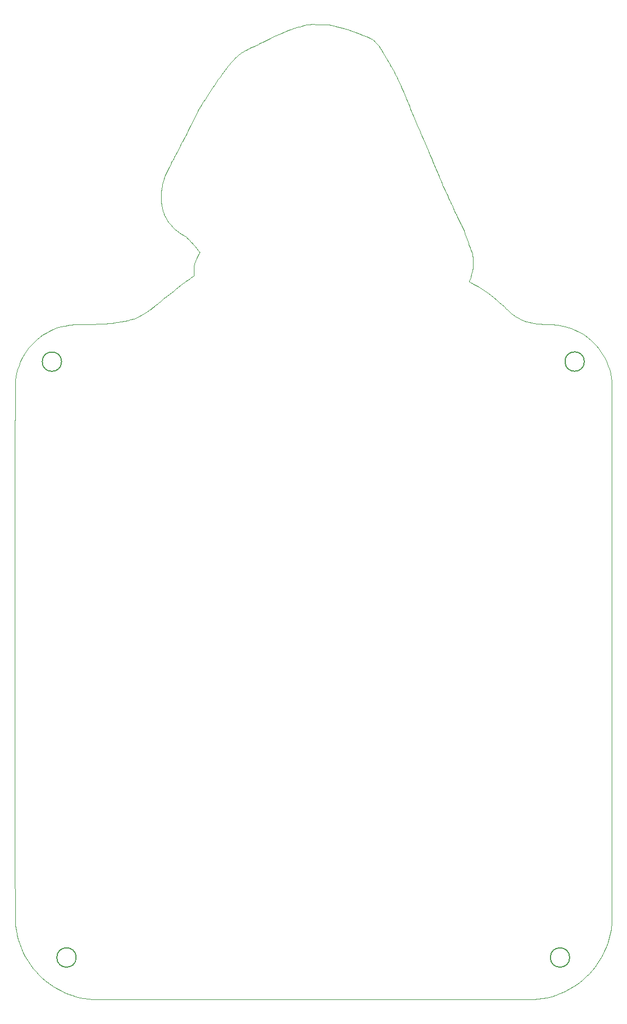
<source format=gm1>
G04 #@! TF.GenerationSoftware,KiCad,Pcbnew,(5.1.9)-1*
G04 #@! TF.CreationDate,2021-01-15T22:53:48-07:00*
G04 #@! TF.ProjectId,purplewizard-ART,70757270-6c65-4776-997a-6172642d4152,1*
G04 #@! TF.SameCoordinates,Original*
G04 #@! TF.FileFunction,Profile,NP*
%FSLAX46Y46*%
G04 Gerber Fmt 4.6, Leading zero omitted, Abs format (unit mm)*
G04 Created by KiCad (PCBNEW (5.1.9)-1) date 2021-01-15 22:53:48*
%MOMM*%
%LPD*%
G01*
G04 APERTURE LIST*
G04 #@! TA.AperFunction,Profile*
%ADD10C,0.150000*%
G04 #@! TD*
G04 #@! TA.AperFunction,Profile*
%ADD11C,0.010000*%
G04 #@! TD*
G04 APERTURE END LIST*
D10*
X106756600Y-167159800D02*
G75*
G03*
X106756600Y-167159800I-1500000J0D01*
G01*
X183256600Y-167159800D02*
G75*
G03*
X183256600Y-167159800I-1500000J0D01*
G01*
X185526600Y-74919800D02*
G75*
G03*
X185526600Y-74919800I-1500000J0D01*
G01*
X104486600Y-74939800D02*
G75*
G03*
X104486600Y-74939800I-1500000J0D01*
G01*
D11*
X143501516Y-22722619D02*
X143658470Y-22724323D01*
X143658470Y-22724323D02*
X143843826Y-22726980D01*
X143843826Y-22726980D02*
X144061487Y-22730546D01*
X144061487Y-22730546D02*
X144315354Y-22734978D01*
X144315354Y-22734978D02*
X144477316Y-22737867D01*
X144477316Y-22737867D02*
X145853150Y-22762500D01*
X145853150Y-22762500D02*
X146308233Y-22854902D01*
X146308233Y-22854902D02*
X146940986Y-22994427D01*
X146940986Y-22994427D02*
X147593271Y-23159298D01*
X147593271Y-23159298D02*
X148253555Y-23346100D01*
X148253555Y-23346100D02*
X148910306Y-23551420D01*
X148910306Y-23551420D02*
X149551990Y-23771844D01*
X149551990Y-23771844D02*
X150097066Y-23976391D01*
X150097066Y-23976391D02*
X150210526Y-24020583D01*
X150210526Y-24020583D02*
X150356417Y-24077044D01*
X150356417Y-24077044D02*
X150527586Y-24143024D01*
X150527586Y-24143024D02*
X150716883Y-24215776D01*
X150716883Y-24215776D02*
X150917157Y-24292553D01*
X150917157Y-24292553D02*
X151121256Y-24370606D01*
X151121256Y-24370606D02*
X151322031Y-24447189D01*
X151322031Y-24447189D02*
X151357125Y-24460552D01*
X151357125Y-24460552D02*
X151613705Y-24559089D01*
X151613705Y-24559089D02*
X151834845Y-24646392D01*
X151834845Y-24646392D02*
X152025133Y-24725005D01*
X152025133Y-24725005D02*
X152189157Y-24797475D01*
X152189157Y-24797475D02*
X152331507Y-24866343D01*
X152331507Y-24866343D02*
X152456770Y-24934156D01*
X152456770Y-24934156D02*
X152569534Y-25003458D01*
X152569534Y-25003458D02*
X152674388Y-25076792D01*
X152674388Y-25076792D02*
X152775921Y-25156703D01*
X152775921Y-25156703D02*
X152878720Y-25245736D01*
X152878720Y-25245736D02*
X152987374Y-25346435D01*
X152987374Y-25346435D02*
X153032543Y-25389626D01*
X153032543Y-25389626D02*
X153244614Y-25605279D01*
X153244614Y-25605279D02*
X153456505Y-25844344D01*
X153456505Y-25844344D02*
X153669789Y-26109087D01*
X153669789Y-26109087D02*
X153886036Y-26401773D01*
X153886036Y-26401773D02*
X154106820Y-26724670D01*
X154106820Y-26724670D02*
X154333712Y-27080043D01*
X154333712Y-27080043D02*
X154568284Y-27470159D01*
X154568284Y-27470159D02*
X154812108Y-27897284D01*
X154812108Y-27897284D02*
X154966346Y-28177507D01*
X154966346Y-28177507D02*
X155056845Y-28342467D01*
X155056845Y-28342467D02*
X155162186Y-28531922D01*
X155162186Y-28531922D02*
X155275646Y-28733943D01*
X155275646Y-28733943D02*
X155390501Y-28936597D01*
X155390501Y-28936597D02*
X155500026Y-29127952D01*
X155500026Y-29127952D02*
X155574447Y-29256566D01*
X155574447Y-29256566D02*
X155708180Y-29487500D01*
X155708180Y-29487500D02*
X155833705Y-29707068D01*
X155833705Y-29707068D02*
X155952390Y-29918170D01*
X155952390Y-29918170D02*
X156065601Y-30123706D01*
X156065601Y-30123706D02*
X156174703Y-30326575D01*
X156174703Y-30326575D02*
X156281063Y-30529676D01*
X156281063Y-30529676D02*
X156386048Y-30735909D01*
X156386048Y-30735909D02*
X156491022Y-30948174D01*
X156491022Y-30948174D02*
X156597353Y-31169370D01*
X156597353Y-31169370D02*
X156706406Y-31402397D01*
X156706406Y-31402397D02*
X156819547Y-31650153D01*
X156819547Y-31650153D02*
X156938143Y-31915540D01*
X156938143Y-31915540D02*
X157063560Y-32201455D01*
X157063560Y-32201455D02*
X157197164Y-32510800D01*
X157197164Y-32510800D02*
X157340321Y-32846472D01*
X157340321Y-32846472D02*
X157494396Y-33211373D01*
X157494396Y-33211373D02*
X157660758Y-33608400D01*
X157660758Y-33608400D02*
X157840770Y-34040455D01*
X157840770Y-34040455D02*
X157932819Y-34262082D01*
X157932819Y-34262082D02*
X158095580Y-34653992D01*
X158095580Y-34653992D02*
X158255407Y-35038204D01*
X158255407Y-35038204D02*
X158413388Y-35417291D01*
X158413388Y-35417291D02*
X158570613Y-35793832D01*
X158570613Y-35793832D02*
X158728171Y-36170402D01*
X158728171Y-36170402D02*
X158887151Y-36549578D01*
X158887151Y-36549578D02*
X159048641Y-36933935D01*
X159048641Y-36933935D02*
X159213731Y-37326051D01*
X159213731Y-37326051D02*
X159383510Y-37728501D01*
X159383510Y-37728501D02*
X159559066Y-38143863D01*
X159559066Y-38143863D02*
X159741489Y-38574711D01*
X159741489Y-38574711D02*
X159931868Y-39023624D01*
X159931868Y-39023624D02*
X160131292Y-39493176D01*
X160131292Y-39493176D02*
X160340849Y-39985944D01*
X160340849Y-39985944D02*
X160561629Y-40504505D01*
X160561629Y-40504505D02*
X160794720Y-41051435D01*
X160794720Y-41051435D02*
X161041212Y-41629310D01*
X161041212Y-41629310D02*
X161302194Y-42240707D01*
X161302194Y-42240707D02*
X161578754Y-42888202D01*
X161578754Y-42888202D02*
X161601233Y-42940816D01*
X161601233Y-42940816D02*
X161739742Y-43265432D01*
X161739742Y-43265432D02*
X161879287Y-43593309D01*
X161879287Y-43593309D02*
X162018310Y-43920739D01*
X162018310Y-43920739D02*
X162155251Y-44244017D01*
X162155251Y-44244017D02*
X162288549Y-44559436D01*
X162288549Y-44559436D02*
X162416646Y-44863289D01*
X162416646Y-44863289D02*
X162537982Y-45151871D01*
X162537982Y-45151871D02*
X162650996Y-45421473D01*
X162650996Y-45421473D02*
X162754129Y-45668391D01*
X162754129Y-45668391D02*
X162845822Y-45888917D01*
X162845822Y-45888917D02*
X162924514Y-46079345D01*
X162924514Y-46079345D02*
X162988645Y-46235969D01*
X162988645Y-46235969D02*
X163008590Y-46285150D01*
X163008590Y-46285150D02*
X163126884Y-46577376D01*
X163126884Y-46577376D02*
X163231703Y-46835092D01*
X163231703Y-46835092D02*
X163325134Y-47063157D01*
X163325134Y-47063157D02*
X163409266Y-47266428D01*
X163409266Y-47266428D02*
X163486186Y-47449765D01*
X163486186Y-47449765D02*
X163557983Y-47618025D01*
X163557983Y-47618025D02*
X163626745Y-47776068D01*
X163626745Y-47776068D02*
X163694559Y-47928751D01*
X163694559Y-47928751D02*
X163763514Y-48080932D01*
X163763514Y-48080932D02*
X163835699Y-48237472D01*
X163835699Y-48237472D02*
X163913200Y-48403227D01*
X163913200Y-48403227D02*
X163977437Y-48539400D01*
X163977437Y-48539400D02*
X164167552Y-48941664D01*
X164167552Y-48941664D02*
X164340785Y-49309135D01*
X164340785Y-49309135D02*
X164498666Y-49645138D01*
X164498666Y-49645138D02*
X164642729Y-49952999D01*
X164642729Y-49952999D02*
X164774507Y-50236041D01*
X164774507Y-50236041D02*
X164895532Y-50497590D01*
X164895532Y-50497590D02*
X165007338Y-50740971D01*
X165007338Y-50740971D02*
X165111455Y-50969508D01*
X165111455Y-50969508D02*
X165209419Y-51186527D01*
X165209419Y-51186527D02*
X165302760Y-51395352D01*
X165302760Y-51395352D02*
X165393011Y-51599308D01*
X165393011Y-51599308D02*
X165481707Y-51801720D01*
X165481707Y-51801720D02*
X165489258Y-51819040D01*
X165489258Y-51819040D02*
X165544125Y-51940944D01*
X165544125Y-51940944D02*
X165615111Y-52092474D01*
X165615111Y-52092474D02*
X165698432Y-52265893D01*
X165698432Y-52265893D02*
X165790303Y-52453464D01*
X165790303Y-52453464D02*
X165886941Y-52647451D01*
X165886941Y-52647451D02*
X165984562Y-52840115D01*
X165984562Y-52840115D02*
X166063784Y-52993790D01*
X166063784Y-52993790D02*
X166154250Y-53168326D01*
X166154250Y-53168326D02*
X166243019Y-53340709D01*
X166243019Y-53340709D02*
X166327124Y-53505099D01*
X166327124Y-53505099D02*
X166403597Y-53655653D01*
X166403597Y-53655653D02*
X166469472Y-53786528D01*
X166469472Y-53786528D02*
X166521781Y-53891882D01*
X166521781Y-53891882D02*
X166557559Y-53965874D01*
X166557559Y-53965874D02*
X166558862Y-53968650D01*
X166558862Y-53968650D02*
X166720783Y-54325629D01*
X166720783Y-54325629D02*
X166878049Y-54696416D01*
X166878049Y-54696416D02*
X167032650Y-55086252D01*
X167032650Y-55086252D02*
X167186574Y-55500380D01*
X167186574Y-55500380D02*
X167341810Y-55944044D01*
X167341810Y-55944044D02*
X167500346Y-56422487D01*
X167500346Y-56422487D02*
X167558499Y-56603900D01*
X167558499Y-56603900D02*
X167621402Y-56793265D01*
X167621402Y-56793265D02*
X167689537Y-56983624D01*
X167689537Y-56983624D02*
X167758223Y-57162505D01*
X167758223Y-57162505D02*
X167822777Y-57317439D01*
X167822777Y-57317439D02*
X167844541Y-57365900D01*
X167844541Y-57365900D02*
X167962488Y-57649946D01*
X167962488Y-57649946D02*
X168061356Y-57950620D01*
X168061356Y-57950620D02*
X168144329Y-58278079D01*
X168144329Y-58278079D02*
X168171882Y-58409281D01*
X168171882Y-58409281D02*
X168250917Y-58902898D01*
X168250917Y-58902898D02*
X168290423Y-59395130D01*
X168290423Y-59395130D02*
X168290196Y-59887767D01*
X168290196Y-59887767D02*
X168250032Y-60382602D01*
X168250032Y-60382602D02*
X168169726Y-60881426D01*
X168169726Y-60881426D02*
X168049074Y-61386030D01*
X168049074Y-61386030D02*
X167887872Y-61898206D01*
X167887872Y-61898206D02*
X167724883Y-62326073D01*
X167724883Y-62326073D02*
X167691521Y-62412897D01*
X167691521Y-62412897D02*
X167667838Y-62485345D01*
X167667838Y-62485345D02*
X167656459Y-62534614D01*
X167656459Y-62534614D02*
X167657757Y-62551237D01*
X167657757Y-62551237D02*
X167680271Y-62565237D01*
X167680271Y-62565237D02*
X167735314Y-62596800D01*
X167735314Y-62596800D02*
X167818197Y-62643318D01*
X167818197Y-62643318D02*
X167924232Y-62702179D01*
X167924232Y-62702179D02*
X168048729Y-62770776D01*
X168048729Y-62770776D02*
X168187000Y-62846496D01*
X168187000Y-62846496D02*
X168247483Y-62879485D01*
X168247483Y-62879485D02*
X169071554Y-63350219D01*
X169071554Y-63350219D02*
X169865995Y-63848271D01*
X169865995Y-63848271D02*
X170629358Y-64372652D01*
X170629358Y-64372652D02*
X171360194Y-64922375D01*
X171360194Y-64922375D02*
X171951650Y-65406191D01*
X171951650Y-65406191D02*
X172025906Y-65469580D01*
X172025906Y-65469580D02*
X172099286Y-65532824D01*
X172099286Y-65532824D02*
X172174459Y-65598345D01*
X172174459Y-65598345D02*
X172254098Y-65668561D01*
X172254098Y-65668561D02*
X172340876Y-65745895D01*
X172340876Y-65745895D02*
X172437463Y-65832767D01*
X172437463Y-65832767D02*
X172546531Y-65931597D01*
X172546531Y-65931597D02*
X172670753Y-66044806D01*
X172670753Y-66044806D02*
X172812799Y-66174814D01*
X172812799Y-66174814D02*
X172975343Y-66324042D01*
X172975343Y-66324042D02*
X173161055Y-66494911D01*
X173161055Y-66494911D02*
X173372607Y-66689842D01*
X173372607Y-66689842D02*
X173599627Y-66899218D01*
X173599627Y-66899218D02*
X173914312Y-67183576D01*
X173914312Y-67183576D02*
X174208472Y-67436437D01*
X174208472Y-67436437D02*
X174486272Y-67660695D01*
X174486272Y-67660695D02*
X174751875Y-67859243D01*
X174751875Y-67859243D02*
X175009444Y-68034972D01*
X175009444Y-68034972D02*
X175263144Y-68190777D01*
X175263144Y-68190777D02*
X175517138Y-68329549D01*
X175517138Y-68329549D02*
X175775590Y-68454183D01*
X175775590Y-68454183D02*
X175941566Y-68526321D01*
X175941566Y-68526321D02*
X176264179Y-68650530D01*
X176264179Y-68650530D02*
X176603094Y-68759962D01*
X176603094Y-68759962D02*
X176961448Y-68855152D01*
X176961448Y-68855152D02*
X177342378Y-68936637D01*
X177342378Y-68936637D02*
X177749019Y-69004951D01*
X177749019Y-69004951D02*
X178184508Y-69060631D01*
X178184508Y-69060631D02*
X178651981Y-69104211D01*
X178651981Y-69104211D02*
X179154574Y-69136228D01*
X179154574Y-69136228D02*
X179624566Y-69155145D01*
X179624566Y-69155145D02*
X179924408Y-69164706D01*
X179924408Y-69164706D02*
X180186916Y-69174048D01*
X180186916Y-69174048D02*
X180417083Y-69183519D01*
X180417083Y-69183519D02*
X180619905Y-69193468D01*
X180619905Y-69193468D02*
X180800377Y-69204244D01*
X180800377Y-69204244D02*
X180963493Y-69216195D01*
X180963493Y-69216195D02*
X181114249Y-69229668D01*
X181114249Y-69229668D02*
X181257638Y-69245014D01*
X181257638Y-69245014D02*
X181398656Y-69262579D01*
X181398656Y-69262579D02*
X181542298Y-69282712D01*
X181542298Y-69282712D02*
X181619660Y-69294308D01*
X181619660Y-69294308D02*
X182238735Y-69409689D01*
X182238735Y-69409689D02*
X182842566Y-69563635D01*
X182842566Y-69563635D02*
X183429904Y-69754756D01*
X183429904Y-69754756D02*
X183999497Y-69981663D01*
X183999497Y-69981663D02*
X184550095Y-70242967D01*
X184550095Y-70242967D02*
X185080448Y-70537279D01*
X185080448Y-70537279D02*
X185589303Y-70863208D01*
X185589303Y-70863208D02*
X186075412Y-71219367D01*
X186075412Y-71219367D02*
X186537524Y-71604365D01*
X186537524Y-71604365D02*
X186974387Y-72016814D01*
X186974387Y-72016814D02*
X187384751Y-72455323D01*
X187384751Y-72455323D02*
X187767366Y-72918504D01*
X187767366Y-72918504D02*
X188120980Y-73404968D01*
X188120980Y-73404968D02*
X188444344Y-73913325D01*
X188444344Y-73913325D02*
X188736207Y-74442185D01*
X188736207Y-74442185D02*
X188995318Y-74990161D01*
X188995318Y-74990161D02*
X189220426Y-75555861D01*
X189220426Y-75555861D02*
X189410282Y-76137898D01*
X189410282Y-76137898D02*
X189563633Y-76734881D01*
X189563633Y-76734881D02*
X189679230Y-77345422D01*
X189679230Y-77345422D02*
X189755822Y-77968131D01*
X189755822Y-77968131D02*
X189783347Y-78363233D01*
X189783347Y-78363233D02*
X189784319Y-78399570D01*
X189784319Y-78399570D02*
X189785268Y-78468738D01*
X189785268Y-78468738D02*
X189786194Y-78570941D01*
X189786194Y-78570941D02*
X189787097Y-78706385D01*
X189787097Y-78706385D02*
X189787977Y-78875271D01*
X189787977Y-78875271D02*
X189788834Y-79077806D01*
X189788834Y-79077806D02*
X189789669Y-79314193D01*
X189789669Y-79314193D02*
X189790481Y-79584636D01*
X189790481Y-79584636D02*
X189791271Y-79889339D01*
X189791271Y-79889339D02*
X189792038Y-80228507D01*
X189792038Y-80228507D02*
X189792783Y-80602344D01*
X189792783Y-80602344D02*
X189793506Y-81011054D01*
X189793506Y-81011054D02*
X189794207Y-81454840D01*
X189794207Y-81454840D02*
X189794886Y-81933908D01*
X189794886Y-81933908D02*
X189795544Y-82448462D01*
X189795544Y-82448462D02*
X189796179Y-82998705D01*
X189796179Y-82998705D02*
X189796793Y-83584842D01*
X189796793Y-83584842D02*
X189797386Y-84207077D01*
X189797386Y-84207077D02*
X189797957Y-84865614D01*
X189797957Y-84865614D02*
X189798507Y-85560658D01*
X189798507Y-85560658D02*
X189799036Y-86292412D01*
X189799036Y-86292412D02*
X189799544Y-87061080D01*
X189799544Y-87061080D02*
X189800031Y-87866868D01*
X189800031Y-87866868D02*
X189800498Y-88709978D01*
X189800498Y-88709978D02*
X189800943Y-89590616D01*
X189800943Y-89590616D02*
X189801368Y-90508985D01*
X189801368Y-90508985D02*
X189801773Y-91465290D01*
X189801773Y-91465290D02*
X189802157Y-92459735D01*
X189802157Y-92459735D02*
X189802521Y-93492523D01*
X189802521Y-93492523D02*
X189802865Y-94563859D01*
X189802865Y-94563859D02*
X189803189Y-95673948D01*
X189803189Y-95673948D02*
X189803493Y-96822993D01*
X189803493Y-96822993D02*
X189803777Y-98011199D01*
X189803777Y-98011199D02*
X189804041Y-99238770D01*
X189804041Y-99238770D02*
X189804286Y-100505909D01*
X189804286Y-100505909D02*
X189804511Y-101812822D01*
X189804511Y-101812822D02*
X189804717Y-103159712D01*
X189804717Y-103159712D02*
X189804904Y-104546783D01*
X189804904Y-104546783D02*
X189805072Y-105974240D01*
X189805072Y-105974240D02*
X189805220Y-107442287D01*
X189805220Y-107442287D02*
X189805350Y-108951128D01*
X189805350Y-108951128D02*
X189805461Y-110500967D01*
X189805461Y-110500967D02*
X189805553Y-112092008D01*
X189805553Y-112092008D02*
X189805627Y-113724456D01*
X189805627Y-113724456D02*
X189805682Y-115398515D01*
X189805682Y-115398515D02*
X189805719Y-117114388D01*
X189805719Y-117114388D02*
X189805737Y-118872281D01*
X189805737Y-118872281D02*
X189805740Y-119837736D01*
X189805740Y-119837736D02*
X189805746Y-121452107D01*
X189805746Y-121452107D02*
X189805764Y-123024701D01*
X189805764Y-123024701D02*
X189805791Y-124556072D01*
X189805791Y-124556072D02*
X189805826Y-126046777D01*
X189805826Y-126046777D02*
X189805865Y-127497370D01*
X189805865Y-127497370D02*
X189805908Y-128908408D01*
X189805908Y-128908408D02*
X189805953Y-130280447D01*
X189805953Y-130280447D02*
X189805996Y-131614040D01*
X189805996Y-131614040D02*
X189806036Y-132909745D01*
X189806036Y-132909745D02*
X189806071Y-134168117D01*
X189806071Y-134168117D02*
X189806099Y-135389711D01*
X189806099Y-135389711D02*
X189806118Y-136575083D01*
X189806118Y-136575083D02*
X189806125Y-137724788D01*
X189806125Y-137724788D02*
X189806119Y-138839383D01*
X189806119Y-138839383D02*
X189806097Y-139919421D01*
X189806097Y-139919421D02*
X189806058Y-140965461D01*
X189806058Y-140965461D02*
X189805999Y-141978055D01*
X189805999Y-141978055D02*
X189805919Y-142957761D01*
X189805919Y-142957761D02*
X189805814Y-143905134D01*
X189805814Y-143905134D02*
X189805684Y-144820730D01*
X189805684Y-144820730D02*
X189805526Y-145705103D01*
X189805526Y-145705103D02*
X189805337Y-146558810D01*
X189805337Y-146558810D02*
X189805117Y-147382406D01*
X189805117Y-147382406D02*
X189804862Y-148176446D01*
X189804862Y-148176446D02*
X189804571Y-148941487D01*
X189804571Y-148941487D02*
X189804241Y-149678084D01*
X189804241Y-149678084D02*
X189803871Y-150386792D01*
X189803871Y-150386792D02*
X189803459Y-151068167D01*
X189803459Y-151068167D02*
X189803002Y-151722764D01*
X189803002Y-151722764D02*
X189802498Y-152351139D01*
X189802498Y-152351139D02*
X189801945Y-152953848D01*
X189801945Y-152953848D02*
X189801342Y-153531447D01*
X189801342Y-153531447D02*
X189800686Y-154084490D01*
X189800686Y-154084490D02*
X189799974Y-154613533D01*
X189799974Y-154613533D02*
X189799206Y-155119132D01*
X189799206Y-155119132D02*
X189798378Y-155601843D01*
X189798378Y-155601843D02*
X189797489Y-156062221D01*
X189797489Y-156062221D02*
X189796536Y-156500821D01*
X189796536Y-156500821D02*
X189795519Y-156918199D01*
X189795519Y-156918199D02*
X189794433Y-157314911D01*
X189794433Y-157314911D02*
X189793278Y-157691513D01*
X189793278Y-157691513D02*
X189792052Y-158048559D01*
X189792052Y-158048559D02*
X189790752Y-158386605D01*
X189790752Y-158386605D02*
X189789375Y-158706208D01*
X189789375Y-158706208D02*
X189787921Y-159007922D01*
X189787921Y-159007922D02*
X189786387Y-159292303D01*
X189786387Y-159292303D02*
X189784771Y-159559907D01*
X189784771Y-159559907D02*
X189783071Y-159811289D01*
X189783071Y-159811289D02*
X189781285Y-160047005D01*
X189781285Y-160047005D02*
X189779410Y-160267610D01*
X189779410Y-160267610D02*
X189777445Y-160473660D01*
X189777445Y-160473660D02*
X189775387Y-160665711D01*
X189775387Y-160665711D02*
X189773235Y-160844318D01*
X189773235Y-160844318D02*
X189770986Y-161010036D01*
X189770986Y-161010036D02*
X189768638Y-161163421D01*
X189768638Y-161163421D02*
X189766190Y-161305030D01*
X189766190Y-161305030D02*
X189763639Y-161435416D01*
X189763639Y-161435416D02*
X189760983Y-161555137D01*
X189760983Y-161555137D02*
X189758219Y-161664746D01*
X189758219Y-161664746D02*
X189755347Y-161764801D01*
X189755347Y-161764801D02*
X189752364Y-161855857D01*
X189752364Y-161855857D02*
X189749267Y-161938468D01*
X189749267Y-161938468D02*
X189746055Y-162013191D01*
X189746055Y-162013191D02*
X189742725Y-162080582D01*
X189742725Y-162080582D02*
X189739276Y-162141195D01*
X189739276Y-162141195D02*
X189735705Y-162195587D01*
X189735705Y-162195587D02*
X189732011Y-162244313D01*
X189732011Y-162244313D02*
X189728191Y-162287928D01*
X189728191Y-162287928D02*
X189724243Y-162326988D01*
X189724243Y-162326988D02*
X189720165Y-162362050D01*
X189720165Y-162362050D02*
X189715955Y-162393667D01*
X189715955Y-162393667D02*
X189711611Y-162422396D01*
X189711611Y-162422396D02*
X189707131Y-162448792D01*
X189707131Y-162448792D02*
X189702513Y-162473411D01*
X189702513Y-162473411D02*
X189697754Y-162496809D01*
X189697754Y-162496809D02*
X189692853Y-162519541D01*
X189692853Y-162519541D02*
X189687808Y-162542162D01*
X189687808Y-162542162D02*
X189682616Y-162565229D01*
X189682616Y-162565229D02*
X189677275Y-162589296D01*
X189677275Y-162589296D02*
X189671784Y-162614920D01*
X189671784Y-162614920D02*
X189666140Y-162642656D01*
X189666140Y-162642656D02*
X189660341Y-162673059D01*
X189660341Y-162673059D02*
X189654385Y-162706685D01*
X189654385Y-162706685D02*
X189648270Y-162744089D01*
X189648270Y-162744089D02*
X189645011Y-162765316D01*
X189645011Y-162765316D02*
X189516762Y-163480629D01*
X189516762Y-163480629D02*
X189349777Y-164181038D01*
X189349777Y-164181038D02*
X189145266Y-164865442D01*
X189145266Y-164865442D02*
X188904439Y-165532743D01*
X188904439Y-165532743D02*
X188628504Y-166181840D01*
X188628504Y-166181840D02*
X188318672Y-166811635D01*
X188318672Y-166811635D02*
X187976152Y-167421028D01*
X187976152Y-167421028D02*
X187602153Y-168008919D01*
X187602153Y-168008919D02*
X187197885Y-168574210D01*
X187197885Y-168574210D02*
X186764557Y-169115799D01*
X186764557Y-169115799D02*
X186303379Y-169632589D01*
X186303379Y-169632589D02*
X185815561Y-170123479D01*
X185815561Y-170123479D02*
X185302310Y-170587371D01*
X185302310Y-170587371D02*
X184764838Y-171023164D01*
X184764838Y-171023164D02*
X184204354Y-171429759D01*
X184204354Y-171429759D02*
X183622067Y-171806057D01*
X183622067Y-171806057D02*
X183019186Y-172150958D01*
X183019186Y-172150958D02*
X182396921Y-172463362D01*
X182396921Y-172463362D02*
X181756481Y-172742171D01*
X181756481Y-172742171D02*
X181099077Y-172986285D01*
X181099077Y-172986285D02*
X180425917Y-173194603D01*
X180425917Y-173194603D02*
X179738210Y-173366028D01*
X179738210Y-173366028D02*
X179037167Y-173499459D01*
X179037167Y-173499459D02*
X178323997Y-173593797D01*
X178323997Y-173593797D02*
X177677957Y-173644097D01*
X177677957Y-173644097D02*
X177648027Y-173645507D01*
X177648027Y-173645507D02*
X177612514Y-173646876D01*
X177612514Y-173646876D02*
X177570807Y-173648204D01*
X177570807Y-173648204D02*
X177522295Y-173649492D01*
X177522295Y-173649492D02*
X177466367Y-173650740D01*
X177466367Y-173650740D02*
X177402412Y-173651950D01*
X177402412Y-173651950D02*
X177329817Y-173653121D01*
X177329817Y-173653121D02*
X177247973Y-173654253D01*
X177247973Y-173654253D02*
X177156268Y-173655349D01*
X177156268Y-173655349D02*
X177054090Y-173656407D01*
X177054090Y-173656407D02*
X176940828Y-173657429D01*
X176940828Y-173657429D02*
X176815872Y-173658416D01*
X176815872Y-173658416D02*
X176678610Y-173659366D01*
X176678610Y-173659366D02*
X176528430Y-173660283D01*
X176528430Y-173660283D02*
X176364722Y-173661164D01*
X176364722Y-173661164D02*
X176186874Y-173662012D01*
X176186874Y-173662012D02*
X175994276Y-173662827D01*
X175994276Y-173662827D02*
X175786315Y-173663609D01*
X175786315Y-173663609D02*
X175562381Y-173664359D01*
X175562381Y-173664359D02*
X175321862Y-173665078D01*
X175321862Y-173665078D02*
X175064148Y-173665765D01*
X175064148Y-173665765D02*
X174788626Y-173666422D01*
X174788626Y-173666422D02*
X174494687Y-173667048D01*
X174494687Y-173667048D02*
X174181717Y-173667646D01*
X174181717Y-173667646D02*
X173849108Y-173668214D01*
X173849108Y-173668214D02*
X173496246Y-173668754D01*
X173496246Y-173668754D02*
X173122521Y-173669265D01*
X173122521Y-173669265D02*
X172727322Y-173669750D01*
X172727322Y-173669750D02*
X172310038Y-173670208D01*
X172310038Y-173670208D02*
X171870057Y-173670639D01*
X171870057Y-173670639D02*
X171406768Y-173671045D01*
X171406768Y-173671045D02*
X170919559Y-173671425D01*
X170919559Y-173671425D02*
X170407821Y-173671781D01*
X170407821Y-173671781D02*
X169870940Y-173672112D01*
X169870940Y-173672112D02*
X169308307Y-173672420D01*
X169308307Y-173672420D02*
X168719310Y-173672705D01*
X168719310Y-173672705D02*
X168103337Y-173672967D01*
X168103337Y-173672967D02*
X167459779Y-173673207D01*
X167459779Y-173673207D02*
X166788022Y-173673425D01*
X166788022Y-173673425D02*
X166087457Y-173673623D01*
X166087457Y-173673623D02*
X165357471Y-173673800D01*
X165357471Y-173673800D02*
X164597454Y-173673957D01*
X164597454Y-173673957D02*
X163806794Y-173674095D01*
X163806794Y-173674095D02*
X162984881Y-173674214D01*
X162984881Y-173674214D02*
X162131103Y-173674314D01*
X162131103Y-173674314D02*
X161244848Y-173674397D01*
X161244848Y-173674397D02*
X160325506Y-173674462D01*
X160325506Y-173674462D02*
X159372466Y-173674511D01*
X159372466Y-173674511D02*
X158385115Y-173674544D01*
X158385115Y-173674544D02*
X157362844Y-173674560D01*
X157362844Y-173674560D02*
X156305040Y-173674562D01*
X156305040Y-173674562D02*
X155211093Y-173674549D01*
X155211093Y-173674549D02*
X154080391Y-173674522D01*
X154080391Y-173674522D02*
X152912323Y-173674482D01*
X152912323Y-173674482D02*
X151706278Y-173674428D01*
X151706278Y-173674428D02*
X150461644Y-173674362D01*
X150461644Y-173674362D02*
X149177811Y-173674284D01*
X149177811Y-173674284D02*
X147854167Y-173674194D01*
X147854167Y-173674194D02*
X146490101Y-173674094D01*
X146490101Y-173674094D02*
X145085002Y-173673983D01*
X145085002Y-173673983D02*
X143638258Y-173673862D01*
X143638258Y-173673862D02*
X143451457Y-173673846D01*
X143451457Y-173673846D02*
X141978614Y-173673715D01*
X141978614Y-173673715D02*
X140547530Y-173673578D01*
X140547530Y-173673578D02*
X139157628Y-173673434D01*
X139157628Y-173673434D02*
X137808332Y-173673284D01*
X137808332Y-173673284D02*
X136499068Y-173673125D01*
X136499068Y-173673125D02*
X135229259Y-173672959D01*
X135229259Y-173672959D02*
X133998330Y-173672784D01*
X133998330Y-173672784D02*
X132805706Y-173672600D01*
X132805706Y-173672600D02*
X131650810Y-173672406D01*
X131650810Y-173672406D02*
X130533068Y-173672202D01*
X130533068Y-173672202D02*
X129451904Y-173671987D01*
X129451904Y-173671987D02*
X128406742Y-173671760D01*
X128406742Y-173671760D02*
X127397007Y-173671522D01*
X127397007Y-173671522D02*
X126422123Y-173671272D01*
X126422123Y-173671272D02*
X125481515Y-173671008D01*
X125481515Y-173671008D02*
X124574607Y-173670732D01*
X124574607Y-173670732D02*
X123700824Y-173670441D01*
X123700824Y-173670441D02*
X122859590Y-173670135D01*
X122859590Y-173670135D02*
X122050329Y-173669815D01*
X122050329Y-173669815D02*
X121272466Y-173669479D01*
X121272466Y-173669479D02*
X120525425Y-173669127D01*
X120525425Y-173669127D02*
X119808631Y-173668758D01*
X119808631Y-173668758D02*
X119121509Y-173668372D01*
X119121509Y-173668372D02*
X118463482Y-173667969D01*
X118463482Y-173667969D02*
X117833976Y-173667547D01*
X117833976Y-173667547D02*
X117232414Y-173667106D01*
X117232414Y-173667106D02*
X116658221Y-173666646D01*
X116658221Y-173666646D02*
X116110822Y-173666166D01*
X116110822Y-173666166D02*
X115589641Y-173665666D01*
X115589641Y-173665666D02*
X115094102Y-173665145D01*
X115094102Y-173665145D02*
X114623630Y-173664603D01*
X114623630Y-173664603D02*
X114177650Y-173664038D01*
X114177650Y-173664038D02*
X113755585Y-173663451D01*
X113755585Y-173663451D02*
X113356861Y-173662841D01*
X113356861Y-173662841D02*
X112980901Y-173662207D01*
X112980901Y-173662207D02*
X112627131Y-173661550D01*
X112627131Y-173661550D02*
X112294974Y-173660867D01*
X112294974Y-173660867D02*
X111983855Y-173660160D01*
X111983855Y-173660160D02*
X111693199Y-173659427D01*
X111693199Y-173659427D02*
X111422430Y-173658667D01*
X111422430Y-173658667D02*
X111170972Y-173657881D01*
X111170972Y-173657881D02*
X110938250Y-173657067D01*
X110938250Y-173657067D02*
X110723689Y-173656226D01*
X110723689Y-173656226D02*
X110526712Y-173655356D01*
X110526712Y-173655356D02*
X110346745Y-173654457D01*
X110346745Y-173654457D02*
X110183211Y-173653529D01*
X110183211Y-173653529D02*
X110035536Y-173652571D01*
X110035536Y-173652571D02*
X109903143Y-173651583D01*
X109903143Y-173651583D02*
X109785457Y-173650563D01*
X109785457Y-173650563D02*
X109681903Y-173649512D01*
X109681903Y-173649512D02*
X109591904Y-173648428D01*
X109591904Y-173648428D02*
X109514886Y-173647312D01*
X109514886Y-173647312D02*
X109450273Y-173646163D01*
X109450273Y-173646163D02*
X109397489Y-173644981D01*
X109397489Y-173644981D02*
X109355959Y-173643764D01*
X109355959Y-173643764D02*
X109325108Y-173642512D01*
X109325108Y-173642512D02*
X109319740Y-173642234D01*
X109319740Y-173642234D02*
X108665546Y-173587625D01*
X108665546Y-173587625D02*
X108002415Y-173495051D01*
X108002415Y-173495051D02*
X107337032Y-173365894D01*
X107337032Y-173365894D02*
X106676081Y-173201535D01*
X106676081Y-173201535D02*
X106026246Y-173003355D01*
X106026246Y-173003355D02*
X105731733Y-172900795D01*
X105731733Y-172900795D02*
X105057973Y-172634205D01*
X105057973Y-172634205D02*
X104399796Y-172328924D01*
X104399796Y-172328924D02*
X103759362Y-171986407D01*
X103759362Y-171986407D02*
X103138833Y-171608113D01*
X103138833Y-171608113D02*
X102540368Y-171195499D01*
X102540368Y-171195499D02*
X101966128Y-170750022D01*
X101966128Y-170750022D02*
X101418275Y-170273140D01*
X101418275Y-170273140D02*
X100898969Y-169766308D01*
X100898969Y-169766308D02*
X100585245Y-169429845D01*
X100585245Y-169429845D02*
X100102190Y-168861392D01*
X100102190Y-168861392D02*
X99655798Y-168272333D01*
X99655798Y-168272333D02*
X99246466Y-167663512D01*
X99246466Y-167663512D02*
X98874595Y-167035773D01*
X98874595Y-167035773D02*
X98540583Y-166389960D01*
X98540583Y-166389960D02*
X98244830Y-165726915D01*
X98244830Y-165726915D02*
X97987734Y-165047483D01*
X97987734Y-165047483D02*
X97769696Y-164352508D01*
X97769696Y-164352508D02*
X97591115Y-163642832D01*
X97591115Y-163642832D02*
X97452389Y-162919301D01*
X97452389Y-162919301D02*
X97426716Y-162754733D01*
X97426716Y-162754733D02*
X97420467Y-162714613D01*
X97420467Y-162714613D02*
X97414380Y-162678567D01*
X97414380Y-162678567D02*
X97408451Y-162646039D01*
X97408451Y-162646039D02*
X97402680Y-162616473D01*
X97402680Y-162616473D02*
X97397064Y-162589313D01*
X97397064Y-162589313D02*
X97391601Y-162564005D01*
X97391601Y-162564005D02*
X97386289Y-162539991D01*
X97386289Y-162539991D02*
X97381125Y-162516718D01*
X97381125Y-162516718D02*
X97376108Y-162493627D01*
X97376108Y-162493627D02*
X97371236Y-162470165D01*
X97371236Y-162470165D02*
X97366507Y-162445775D01*
X97366507Y-162445775D02*
X97361918Y-162419902D01*
X97361918Y-162419902D02*
X97357468Y-162391990D01*
X97357468Y-162391990D02*
X97353153Y-162361483D01*
X97353153Y-162361483D02*
X97348973Y-162327825D01*
X97348973Y-162327825D02*
X97344925Y-162290461D01*
X97344925Y-162290461D02*
X97341008Y-162248835D01*
X97341008Y-162248835D02*
X97337218Y-162202391D01*
X97337218Y-162202391D02*
X97333554Y-162150574D01*
X97333554Y-162150574D02*
X97330014Y-162092828D01*
X97330014Y-162092828D02*
X97326595Y-162028598D01*
X97326595Y-162028598D02*
X97323296Y-161957326D01*
X97323296Y-161957326D02*
X97320115Y-161878459D01*
X97320115Y-161878459D02*
X97317049Y-161791439D01*
X97317049Y-161791439D02*
X97314097Y-161695712D01*
X97314097Y-161695712D02*
X97311255Y-161590722D01*
X97311255Y-161590722D02*
X97308523Y-161475912D01*
X97308523Y-161475912D02*
X97305898Y-161350728D01*
X97305898Y-161350728D02*
X97303378Y-161214614D01*
X97303378Y-161214614D02*
X97300961Y-161067013D01*
X97300961Y-161067013D02*
X97298645Y-160907370D01*
X97298645Y-160907370D02*
X97296428Y-160735130D01*
X97296428Y-160735130D02*
X97294307Y-160549736D01*
X97294307Y-160549736D02*
X97292281Y-160350633D01*
X97292281Y-160350633D02*
X97290347Y-160137266D01*
X97290347Y-160137266D02*
X97288504Y-159909078D01*
X97288504Y-159909078D02*
X97286749Y-159665514D01*
X97286749Y-159665514D02*
X97285081Y-159406018D01*
X97285081Y-159406018D02*
X97283496Y-159130035D01*
X97283496Y-159130035D02*
X97281994Y-158837008D01*
X97281994Y-158837008D02*
X97280571Y-158526382D01*
X97280571Y-158526382D02*
X97279227Y-158197602D01*
X97279227Y-158197602D02*
X97277958Y-157850111D01*
X97277958Y-157850111D02*
X97276763Y-157483354D01*
X97276763Y-157483354D02*
X97275640Y-157096776D01*
X97275640Y-157096776D02*
X97274586Y-156689819D01*
X97274586Y-156689819D02*
X97273599Y-156261930D01*
X97273599Y-156261930D02*
X97272678Y-155812552D01*
X97272678Y-155812552D02*
X97271821Y-155341128D01*
X97271821Y-155341128D02*
X97271024Y-154847105D01*
X97271024Y-154847105D02*
X97270287Y-154329925D01*
X97270287Y-154329925D02*
X97269606Y-153789034D01*
X97269606Y-153789034D02*
X97268981Y-153223875D01*
X97268981Y-153223875D02*
X97268408Y-152633893D01*
X97268408Y-152633893D02*
X97267887Y-152018532D01*
X97267887Y-152018532D02*
X97267413Y-151377236D01*
X97267413Y-151377236D02*
X97266987Y-150709450D01*
X97266987Y-150709450D02*
X97266605Y-150014618D01*
X97266605Y-150014618D02*
X97266265Y-149292185D01*
X97266265Y-149292185D02*
X97265966Y-148541593D01*
X97265966Y-148541593D02*
X97265705Y-147762289D01*
X97265705Y-147762289D02*
X97265481Y-146953716D01*
X97265481Y-146953716D02*
X97265290Y-146115318D01*
X97265290Y-146115318D02*
X97265131Y-145246539D01*
X97265131Y-145246539D02*
X97265002Y-144346825D01*
X97265002Y-144346825D02*
X97264901Y-143415619D01*
X97264901Y-143415619D02*
X97264826Y-142452366D01*
X97264826Y-142452366D02*
X97264775Y-141456509D01*
X97264775Y-141456509D02*
X97264745Y-140427494D01*
X97264745Y-140427494D02*
X97264734Y-139364763D01*
X97264734Y-139364763D02*
X97264741Y-138267763D01*
X97264741Y-138267763D02*
X97264763Y-137135937D01*
X97264763Y-137135937D02*
X97264798Y-135968729D01*
X97264798Y-135968729D02*
X97264845Y-134765583D01*
X97264845Y-134765583D02*
X97264900Y-133525945D01*
X97264900Y-133525945D02*
X97264963Y-132249258D01*
X97264963Y-132249258D02*
X97265030Y-130934966D01*
X97265030Y-130934966D02*
X97265101Y-129582513D01*
X97265101Y-129582513D02*
X97265172Y-128191345D01*
X97265172Y-128191345D02*
X97265241Y-126760906D01*
X97265241Y-126760906D02*
X97265307Y-125290638D01*
X97265307Y-125290638D02*
X97265368Y-123779988D01*
X97265368Y-123779988D02*
X97265420Y-122228399D01*
X97265420Y-122228399D02*
X97265463Y-120635316D01*
X97265463Y-120635316D02*
X97265481Y-119807566D01*
X97265481Y-119807566D02*
X97265507Y-118198226D01*
X97265507Y-118198226D02*
X97265525Y-116630663D01*
X97265525Y-116630663D02*
X97265535Y-115104321D01*
X97265535Y-115104321D02*
X97265540Y-113618644D01*
X97265540Y-113618644D02*
X97265541Y-112173077D01*
X97265541Y-112173077D02*
X97265541Y-110767062D01*
X97265541Y-110767062D02*
X97265540Y-109400045D01*
X97265540Y-109400045D02*
X97265542Y-108071468D01*
X97265542Y-108071468D02*
X97265546Y-106780777D01*
X97265546Y-106780777D02*
X97265556Y-105527414D01*
X97265556Y-105527414D02*
X97265573Y-104310824D01*
X97265573Y-104310824D02*
X97265598Y-103130451D01*
X97265598Y-103130451D02*
X97265634Y-101985738D01*
X97265634Y-101985738D02*
X97265682Y-100876131D01*
X97265682Y-100876131D02*
X97265744Y-99801072D01*
X97265744Y-99801072D02*
X97265822Y-98760005D01*
X97265822Y-98760005D02*
X97265917Y-97752375D01*
X97265917Y-97752375D02*
X97266032Y-96777625D01*
X97266032Y-96777625D02*
X97266167Y-95835200D01*
X97266167Y-95835200D02*
X97266325Y-94924543D01*
X97266325Y-94924543D02*
X97266507Y-94045099D01*
X97266507Y-94045099D02*
X97266716Y-93196311D01*
X97266716Y-93196311D02*
X97266952Y-92377623D01*
X97266952Y-92377623D02*
X97267218Y-91588479D01*
X97267218Y-91588479D02*
X97267516Y-90828323D01*
X97267516Y-90828323D02*
X97267847Y-90096599D01*
X97267847Y-90096599D02*
X97268212Y-89392751D01*
X97268212Y-89392751D02*
X97268615Y-88716224D01*
X97268615Y-88716224D02*
X97269056Y-88066460D01*
X97269056Y-88066460D02*
X97269537Y-87442904D01*
X97269537Y-87442904D02*
X97270060Y-86844999D01*
X97270060Y-86844999D02*
X97270626Y-86272191D01*
X97270626Y-86272191D02*
X97271238Y-85723922D01*
X97271238Y-85723922D02*
X97271898Y-85199637D01*
X97271898Y-85199637D02*
X97272606Y-84698779D01*
X97272606Y-84698779D02*
X97273365Y-84220793D01*
X97273365Y-84220793D02*
X97274176Y-83765123D01*
X97274176Y-83765123D02*
X97275042Y-83331212D01*
X97275042Y-83331212D02*
X97275963Y-82918504D01*
X97275963Y-82918504D02*
X97276942Y-82526444D01*
X97276942Y-82526444D02*
X97277981Y-82154474D01*
X97277981Y-82154474D02*
X97279081Y-81802041D01*
X97279081Y-81802041D02*
X97280243Y-81468586D01*
X97280243Y-81468586D02*
X97281471Y-81153554D01*
X97281471Y-81153554D02*
X97282764Y-80856390D01*
X97282764Y-80856390D02*
X97284126Y-80576536D01*
X97284126Y-80576536D02*
X97285558Y-80313438D01*
X97285558Y-80313438D02*
X97287062Y-80066538D01*
X97287062Y-80066538D02*
X97288639Y-79835281D01*
X97288639Y-79835281D02*
X97290291Y-79619112D01*
X97290291Y-79619112D02*
X97292020Y-79417472D01*
X97292020Y-79417472D02*
X97293828Y-79229808D01*
X97293828Y-79229808D02*
X97295716Y-79055562D01*
X97295716Y-79055562D02*
X97297687Y-78894179D01*
X97297687Y-78894179D02*
X97299741Y-78745103D01*
X97299741Y-78745103D02*
X97301881Y-78607777D01*
X97301881Y-78607777D02*
X97304108Y-78481645D01*
X97304108Y-78481645D02*
X97306425Y-78366152D01*
X97306425Y-78366152D02*
X97308833Y-78260741D01*
X97308833Y-78260741D02*
X97311333Y-78164857D01*
X97311333Y-78164857D02*
X97313928Y-78077942D01*
X97313928Y-78077942D02*
X97316619Y-77999442D01*
X97316619Y-77999442D02*
X97319407Y-77928800D01*
X97319407Y-77928800D02*
X97322296Y-77865461D01*
X97322296Y-77865461D02*
X97325286Y-77808867D01*
X97325286Y-77808867D02*
X97328379Y-77758463D01*
X97328379Y-77758463D02*
X97331577Y-77713693D01*
X97331577Y-77713693D02*
X97334882Y-77674002D01*
X97334882Y-77674002D02*
X97338295Y-77638831D01*
X97338295Y-77638831D02*
X97341818Y-77607627D01*
X97341818Y-77607627D02*
X97345453Y-77579833D01*
X97345453Y-77579833D02*
X97349202Y-77554892D01*
X97349202Y-77554892D02*
X97353067Y-77532249D01*
X97353067Y-77532249D02*
X97357048Y-77511347D01*
X97357048Y-77511347D02*
X97361149Y-77491631D01*
X97361149Y-77491631D02*
X97365370Y-77472545D01*
X97365370Y-77472545D02*
X97369713Y-77453532D01*
X97369713Y-77453532D02*
X97374181Y-77434036D01*
X97374181Y-77434036D02*
X97378775Y-77413502D01*
X97378775Y-77413502D02*
X97383496Y-77391372D01*
X97383496Y-77391372D02*
X97388347Y-77367093D01*
X97388347Y-77367093D02*
X97393329Y-77340106D01*
X97393329Y-77340106D02*
X97398444Y-77309856D01*
X97398444Y-77309856D02*
X97399239Y-77304900D01*
X97399239Y-77304900D02*
X97518586Y-76687142D01*
X97518586Y-76687142D02*
X97676711Y-76083913D01*
X97676711Y-76083913D02*
X97872232Y-75496588D01*
X97872232Y-75496588D02*
X98103769Y-74926539D01*
X98103769Y-74926539D02*
X98369941Y-74375138D01*
X98369941Y-74375138D02*
X98669367Y-73843760D01*
X98669367Y-73843760D02*
X99000665Y-73333777D01*
X99000665Y-73333777D02*
X99362456Y-72846562D01*
X99362456Y-72846562D02*
X99753357Y-72383489D01*
X99753357Y-72383489D02*
X100171988Y-71945930D01*
X100171988Y-71945930D02*
X100616968Y-71535259D01*
X100616968Y-71535259D02*
X101086915Y-71152849D01*
X101086915Y-71152849D02*
X101580450Y-70800072D01*
X101580450Y-70800072D02*
X102096190Y-70478303D01*
X102096190Y-70478303D02*
X102632755Y-70188913D01*
X102632755Y-70188913D02*
X103188765Y-69933277D01*
X103188765Y-69933277D02*
X103762837Y-69712767D01*
X103762837Y-69712767D02*
X104353590Y-69528757D01*
X104353590Y-69528757D02*
X104959645Y-69382618D01*
X104959645Y-69382618D02*
X105456566Y-69293597D01*
X105456566Y-69293597D02*
X105590889Y-69273897D01*
X105590889Y-69273897D02*
X105721352Y-69256438D01*
X105721352Y-69256438D02*
X105851643Y-69241030D01*
X105851643Y-69241030D02*
X105985453Y-69227482D01*
X105985453Y-69227482D02*
X106126471Y-69215605D01*
X106126471Y-69215605D02*
X106278389Y-69205208D01*
X106278389Y-69205208D02*
X106444894Y-69196101D01*
X106444894Y-69196101D02*
X106629678Y-69188094D01*
X106629678Y-69188094D02*
X106836430Y-69180998D01*
X106836430Y-69180998D02*
X107068840Y-69174621D01*
X107068840Y-69174621D02*
X107330598Y-69168775D01*
X107330598Y-69168775D02*
X107625394Y-69163269D01*
X107625394Y-69163269D02*
X107956918Y-69157912D01*
X107956918Y-69157912D02*
X108144733Y-69155128D01*
X108144733Y-69155128D02*
X108659957Y-69146767D01*
X108659957Y-69146767D02*
X109136802Y-69137056D01*
X109136802Y-69137056D02*
X109579208Y-69125797D01*
X109579208Y-69125797D02*
X109991114Y-69112793D01*
X109991114Y-69112793D02*
X110376460Y-69097843D01*
X110376460Y-69097843D02*
X110739184Y-69080752D01*
X110739184Y-69080752D02*
X111083226Y-69061319D01*
X111083226Y-69061319D02*
X111412525Y-69039348D01*
X111412525Y-69039348D02*
X111731020Y-69014640D01*
X111731020Y-69014640D02*
X112042651Y-68986998D01*
X112042651Y-68986998D02*
X112351356Y-68956222D01*
X112351356Y-68956222D02*
X112568566Y-68932624D01*
X112568566Y-68932624D02*
X113164358Y-68857950D01*
X113164358Y-68857950D02*
X113722946Y-68771205D01*
X113722946Y-68771205D02*
X114248049Y-68671152D01*
X114248049Y-68671152D02*
X114743389Y-68556554D01*
X114743389Y-68556554D02*
X115212683Y-68426174D01*
X115212683Y-68426174D02*
X115659652Y-68278774D01*
X115659652Y-68278774D02*
X116088015Y-68113117D01*
X116088015Y-68113117D02*
X116501492Y-67927968D01*
X116501492Y-67927968D02*
X116903804Y-67722087D01*
X116903804Y-67722087D02*
X117298668Y-67494238D01*
X117298668Y-67494238D02*
X117689806Y-67243185D01*
X117689806Y-67243185D02*
X117729938Y-67216022D01*
X117729938Y-67216022D02*
X117836699Y-67142933D01*
X117836699Y-67142933D02*
X117940602Y-67070652D01*
X117940602Y-67070652D02*
X118043948Y-66997364D01*
X118043948Y-66997364D02*
X118149038Y-66921253D01*
X118149038Y-66921253D02*
X118258175Y-66840505D01*
X118258175Y-66840505D02*
X118373659Y-66753303D01*
X118373659Y-66753303D02*
X118497792Y-66657833D01*
X118497792Y-66657833D02*
X118632875Y-66552279D01*
X118632875Y-66552279D02*
X118781210Y-66434826D01*
X118781210Y-66434826D02*
X118945098Y-66303659D01*
X118945098Y-66303659D02*
X119126841Y-66156962D01*
X119126841Y-66156962D02*
X119328740Y-65992921D01*
X119328740Y-65992921D02*
X119553096Y-65809720D01*
X119553096Y-65809720D02*
X119802212Y-65605543D01*
X119802212Y-65605543D02*
X120078387Y-65378576D01*
X120078387Y-65378576D02*
X120383925Y-65127003D01*
X120383925Y-65127003D02*
X120506066Y-65026340D01*
X120506066Y-65026340D02*
X120837803Y-64754471D01*
X120837803Y-64754471D02*
X121164824Y-64489826D01*
X121164824Y-64489826D02*
X121493414Y-64227464D01*
X121493414Y-64227464D02*
X121829854Y-63962448D01*
X121829854Y-63962448D02*
X122180430Y-63689836D01*
X122180430Y-63689836D02*
X122551425Y-63404691D01*
X122551425Y-63404691D02*
X122949122Y-63102072D01*
X122949122Y-63102072D02*
X123077816Y-63004692D01*
X123077816Y-63004692D02*
X123323888Y-62818936D01*
X123323888Y-62818936D02*
X123539907Y-62656394D01*
X123539907Y-62656394D02*
X123729404Y-62514502D01*
X123729404Y-62514502D02*
X123895908Y-62390697D01*
X123895908Y-62390697D02*
X124042947Y-62282416D01*
X124042947Y-62282416D02*
X124174051Y-62187097D01*
X124174051Y-62187097D02*
X124292749Y-62102175D01*
X124292749Y-62102175D02*
X124402570Y-62025088D01*
X124402570Y-62025088D02*
X124507043Y-61953274D01*
X124507043Y-61953274D02*
X124609698Y-61884167D01*
X124609698Y-61884167D02*
X124714063Y-61815207D01*
X124714063Y-61815207D02*
X124730252Y-61804607D01*
X124730252Y-61804607D02*
X125006855Y-61623688D01*
X125006855Y-61623688D02*
X124988041Y-61458002D01*
X124988041Y-61458002D02*
X124978519Y-61329938D01*
X124978519Y-61329938D02*
X124974416Y-61170530D01*
X124974416Y-61170530D02*
X124975339Y-60990366D01*
X124975339Y-60990366D02*
X124980893Y-60800035D01*
X124980893Y-60800035D02*
X124990687Y-60610124D01*
X124990687Y-60610124D02*
X125004327Y-60431223D01*
X125004327Y-60431223D02*
X125021420Y-60273919D01*
X125021420Y-60273919D02*
X125035452Y-60181066D01*
X125035452Y-60181066D02*
X125124081Y-59782767D01*
X125124081Y-59782767D02*
X125250024Y-59374865D01*
X125250024Y-59374865D02*
X125411102Y-58963007D01*
X125411102Y-58963007D02*
X125605139Y-58552839D01*
X125605139Y-58552839D02*
X125798281Y-58203091D01*
X125798281Y-58203091D02*
X125843131Y-58123249D01*
X125843131Y-58123249D02*
X125876889Y-58055560D01*
X125876889Y-58055560D02*
X125895326Y-58008973D01*
X125895326Y-58008973D02*
X125897045Y-57994124D01*
X125897045Y-57994124D02*
X125881979Y-57973618D01*
X125881979Y-57973618D02*
X125842232Y-57923677D01*
X125842232Y-57923677D02*
X125780296Y-57847328D01*
X125780296Y-57847328D02*
X125698661Y-57747600D01*
X125698661Y-57747600D02*
X125599817Y-57627520D01*
X125599817Y-57627520D02*
X125486255Y-57490118D01*
X125486255Y-57490118D02*
X125360465Y-57338420D01*
X125360465Y-57338420D02*
X125224937Y-57175456D01*
X125224937Y-57175456D02*
X125136676Y-57069566D01*
X125136676Y-57069566D02*
X124973361Y-56873942D01*
X124973361Y-56873942D02*
X124833829Y-56707342D01*
X124833829Y-56707342D02*
X124714827Y-56566213D01*
X124714827Y-56566213D02*
X124613100Y-56447005D01*
X124613100Y-56447005D02*
X124525397Y-56346164D01*
X124525397Y-56346164D02*
X124448465Y-56260138D01*
X124448465Y-56260138D02*
X124379050Y-56185375D01*
X124379050Y-56185375D02*
X124313900Y-56118323D01*
X124313900Y-56118323D02*
X124249762Y-56055429D01*
X124249762Y-56055429D02*
X124183383Y-55993142D01*
X124183383Y-55993142D02*
X124111510Y-55927909D01*
X124111510Y-55927909D02*
X124030890Y-55856178D01*
X124030890Y-55856178D02*
X124002764Y-55831316D01*
X124002764Y-55831316D02*
X123880305Y-55723572D01*
X123880305Y-55723572D02*
X123782916Y-55639505D01*
X123782916Y-55639505D02*
X123704169Y-55574504D01*
X123704169Y-55574504D02*
X123637636Y-55523962D01*
X123637636Y-55523962D02*
X123576890Y-55483270D01*
X123576890Y-55483270D02*
X123515503Y-55447818D01*
X123515503Y-55447818D02*
X123447048Y-55412998D01*
X123447048Y-55412998D02*
X123365633Y-55374449D01*
X123365633Y-55374449D02*
X123025130Y-55195202D01*
X123025130Y-55195202D02*
X122687024Y-54977326D01*
X122687024Y-54977326D02*
X122354620Y-54724515D01*
X122354620Y-54724515D02*
X122031223Y-54440464D01*
X122031223Y-54440464D02*
X121720139Y-54128866D01*
X121720139Y-54128866D02*
X121424671Y-53793417D01*
X121424671Y-53793417D02*
X121148127Y-53437811D01*
X121148127Y-53437811D02*
X120893811Y-53065741D01*
X120893811Y-53065741D02*
X120665028Y-52680903D01*
X120665028Y-52680903D02*
X120465084Y-52286991D01*
X120465084Y-52286991D02*
X120336302Y-51988484D01*
X120336302Y-51988484D02*
X120191226Y-51573760D01*
X120191226Y-51573760D02*
X120074626Y-51131739D01*
X120074626Y-51131739D02*
X119986790Y-50666707D01*
X119986790Y-50666707D02*
X119928006Y-50182949D01*
X119928006Y-50182949D02*
X119898560Y-49684751D01*
X119898560Y-49684751D02*
X119898740Y-49176399D01*
X119898740Y-49176399D02*
X119928833Y-48662178D01*
X119928833Y-48662178D02*
X119989127Y-48146375D01*
X119989127Y-48146375D02*
X120053236Y-47766816D01*
X120053236Y-47766816D02*
X120108568Y-47501665D01*
X120108568Y-47501665D02*
X120173176Y-47237982D01*
X120173176Y-47237982D02*
X120248472Y-46972248D01*
X120248472Y-46972248D02*
X120335867Y-46700942D01*
X120335867Y-46700942D02*
X120436775Y-46420545D01*
X120436775Y-46420545D02*
X120552606Y-46127539D01*
X120552606Y-46127539D02*
X120684772Y-45818403D01*
X120684772Y-45818403D02*
X120834687Y-45489618D01*
X120834687Y-45489618D02*
X121003760Y-45137665D01*
X121003760Y-45137665D02*
X121193405Y-44759024D01*
X121193405Y-44759024D02*
X121405032Y-44350176D01*
X121405032Y-44350176D02*
X121484059Y-44200233D01*
X121484059Y-44200233D02*
X121558337Y-44059004D01*
X121558337Y-44059004D02*
X121647644Y-43887756D01*
X121647644Y-43887756D02*
X121747962Y-43694274D01*
X121747962Y-43694274D02*
X121855273Y-43486347D01*
X121855273Y-43486347D02*
X121965561Y-43271761D01*
X121965561Y-43271761D02*
X122074808Y-43058303D01*
X122074808Y-43058303D02*
X122178998Y-42853761D01*
X122178998Y-42853761D02*
X122199276Y-42813816D01*
X122199276Y-42813816D02*
X122362387Y-42492898D01*
X122362387Y-42492898D02*
X122509372Y-42205025D01*
X122509372Y-42205025D02*
X122642821Y-41945271D01*
X122642821Y-41945271D02*
X122765323Y-41708709D01*
X122765323Y-41708709D02*
X122879468Y-41490413D01*
X122879468Y-41490413D02*
X122987846Y-41285456D01*
X122987846Y-41285456D02*
X123093044Y-41088911D01*
X123093044Y-41088911D02*
X123197654Y-40895853D01*
X123197654Y-40895853D02*
X123304263Y-40701354D01*
X123304263Y-40701354D02*
X123409603Y-40511030D01*
X123409603Y-40511030D02*
X123553934Y-40246409D01*
X123553934Y-40246409D02*
X123713761Y-39944175D01*
X123713761Y-39944175D02*
X123888338Y-39605808D01*
X123888338Y-39605808D02*
X124076915Y-39232789D01*
X124076915Y-39232789D02*
X124278746Y-38826597D01*
X124278746Y-38826597D02*
X124493084Y-38388713D01*
X124493084Y-38388713D02*
X124719180Y-37920616D01*
X124719180Y-37920616D02*
X124747867Y-37860816D01*
X124747867Y-37860816D02*
X124974239Y-37394367D01*
X124974239Y-37394367D02*
X125189542Y-36963004D01*
X125189542Y-36963004D02*
X125396432Y-36561768D01*
X125396432Y-36561768D02*
X125597565Y-36185699D01*
X125597565Y-36185699D02*
X125795600Y-35829837D01*
X125795600Y-35829837D02*
X125993192Y-35489224D01*
X125993192Y-35489224D02*
X126193000Y-35158898D01*
X126193000Y-35158898D02*
X126210679Y-35130316D01*
X126210679Y-35130316D02*
X126473821Y-34709212D01*
X126473821Y-34709212D02*
X126746684Y-34279345D01*
X126746684Y-34279345D02*
X127027314Y-33843531D01*
X127027314Y-33843531D02*
X127313757Y-33404583D01*
X127313757Y-33404583D02*
X127604060Y-32965317D01*
X127604060Y-32965317D02*
X127896268Y-32528548D01*
X127896268Y-32528548D02*
X128188427Y-32097089D01*
X128188427Y-32097089D02*
X128478584Y-31673757D01*
X128478584Y-31673757D02*
X128764784Y-31261365D01*
X128764784Y-31261365D02*
X129045075Y-30862727D01*
X129045075Y-30862727D02*
X129317501Y-30480660D01*
X129317501Y-30480660D02*
X129580108Y-30117977D01*
X129580108Y-30117977D02*
X129830944Y-29777494D01*
X129830944Y-29777494D02*
X130068053Y-29462024D01*
X130068053Y-29462024D02*
X130289483Y-29174382D01*
X130289483Y-29174382D02*
X130493279Y-28917384D01*
X130493279Y-28917384D02*
X130677487Y-28693844D01*
X130677487Y-28693844D02*
X130684904Y-28685066D01*
X130684904Y-28685066D02*
X130834824Y-28513123D01*
X130834824Y-28513123D02*
X131001069Y-28331608D01*
X131001069Y-28331608D02*
X131176119Y-28148158D01*
X131176119Y-28148158D02*
X131352453Y-27970409D01*
X131352453Y-27970409D02*
X131522552Y-27805997D01*
X131522552Y-27805997D02*
X131678895Y-27662557D01*
X131678895Y-27662557D02*
X131766733Y-27586573D01*
X131766733Y-27586573D02*
X131966557Y-27424096D01*
X131966557Y-27424096D02*
X132167535Y-27272078D01*
X132167535Y-27272078D02*
X132374491Y-27127690D01*
X132374491Y-27127690D02*
X132592251Y-26988104D01*
X132592251Y-26988104D02*
X132825638Y-26850492D01*
X132825638Y-26850492D02*
X133079476Y-26712025D01*
X133079476Y-26712025D02*
X133358589Y-26569876D01*
X133358589Y-26569876D02*
X133667803Y-26421214D01*
X133667803Y-26421214D02*
X134011941Y-26263213D01*
X134011941Y-26263213D02*
X134063316Y-26240126D01*
X134063316Y-26240126D02*
X134211070Y-26173831D01*
X134211070Y-26173831D02*
X134340151Y-26115662D01*
X134340151Y-26115662D02*
X134455264Y-26063311D01*
X134455264Y-26063311D02*
X134561113Y-26014470D01*
X134561113Y-26014470D02*
X134662402Y-25966833D01*
X134662402Y-25966833D02*
X134763836Y-25918090D01*
X134763836Y-25918090D02*
X134870119Y-25865936D01*
X134870119Y-25865936D02*
X134985956Y-25808062D01*
X134985956Y-25808062D02*
X135116050Y-25742161D01*
X135116050Y-25742161D02*
X135265107Y-25665924D01*
X135265107Y-25665924D02*
X135437830Y-25577046D01*
X135437830Y-25577046D02*
X135638924Y-25473217D01*
X135638924Y-25473217D02*
X135862917Y-25357395D01*
X135862917Y-25357395D02*
X136370128Y-25097570D01*
X136370128Y-25097570D02*
X136846075Y-24859196D01*
X136846075Y-24859196D02*
X137294891Y-24640507D01*
X137294891Y-24640507D02*
X137720710Y-24439735D01*
X137720710Y-24439735D02*
X138127665Y-24255113D01*
X138127665Y-24255113D02*
X138519891Y-24084874D01*
X138519891Y-24084874D02*
X138901520Y-23927251D01*
X138901520Y-23927251D02*
X139276685Y-23780475D01*
X139276685Y-23780475D02*
X139649521Y-23642781D01*
X139649521Y-23642781D02*
X140024161Y-23512400D01*
X140024161Y-23512400D02*
X140404739Y-23387566D01*
X140404739Y-23387566D02*
X140649606Y-23310913D01*
X140649606Y-23310913D02*
X140949705Y-23218718D01*
X140949705Y-23218718D02*
X141212778Y-23138247D01*
X141212778Y-23138247D02*
X141442208Y-23068598D01*
X141442208Y-23068598D02*
X141641377Y-23008869D01*
X141641377Y-23008869D02*
X141813665Y-22958156D01*
X141813665Y-22958156D02*
X141962454Y-22915557D01*
X141962454Y-22915557D02*
X142091125Y-22880169D01*
X142091125Y-22880169D02*
X142203060Y-22851090D01*
X142203060Y-22851090D02*
X142301641Y-22827416D01*
X142301641Y-22827416D02*
X142390248Y-22808244D01*
X142390248Y-22808244D02*
X142472263Y-22792673D01*
X142472263Y-22792673D02*
X142551067Y-22779798D01*
X142551067Y-22779798D02*
X142630042Y-22768718D01*
X142630042Y-22768718D02*
X142712570Y-22758530D01*
X142712570Y-22758530D02*
X142723280Y-22757277D01*
X142723280Y-22757277D02*
X142800184Y-22748464D01*
X142800184Y-22748464D02*
X142870376Y-22740992D01*
X142870376Y-22740992D02*
X142937757Y-22734819D01*
X142937757Y-22734819D02*
X143006230Y-22729900D01*
X143006230Y-22729900D02*
X143079695Y-22726194D01*
X143079695Y-22726194D02*
X143162054Y-22723655D01*
X143162054Y-22723655D02*
X143257210Y-22722242D01*
X143257210Y-22722242D02*
X143369063Y-22721911D01*
X143369063Y-22721911D02*
X143501516Y-22722619D01*
X143501516Y-22722619D02*
X143501516Y-22722619D01*
M02*

</source>
